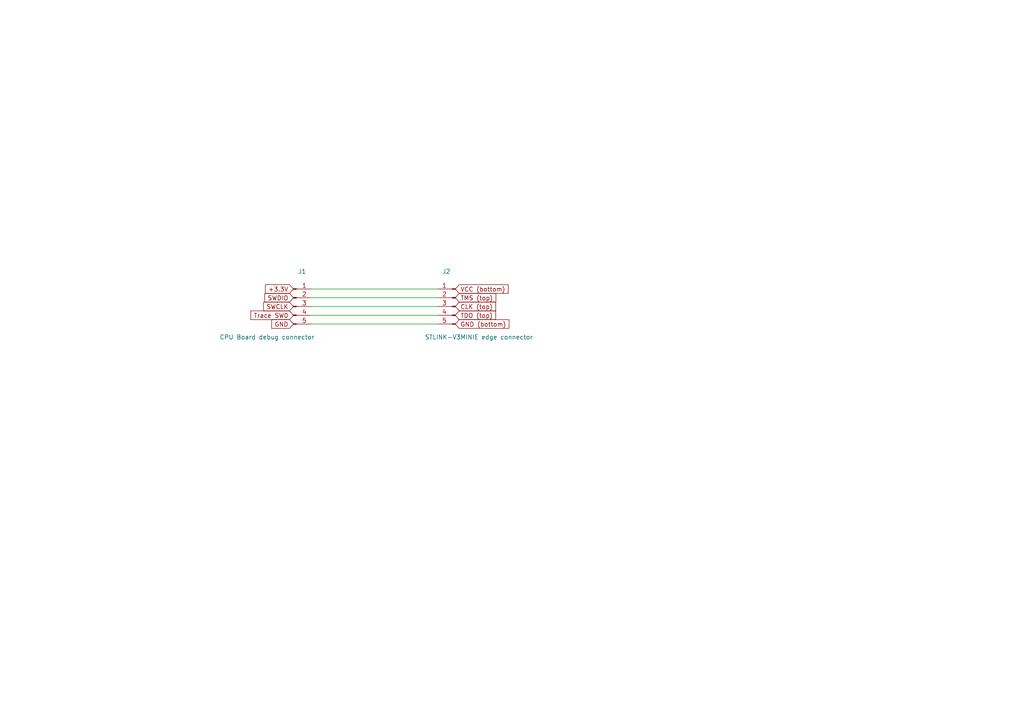
<source format=kicad_sch>
(kicad_sch (version 20230121) (generator eeschema)
  (paper "A4")
  (lib_symbols
    (symbol "Connector:Conn_01x05_Pin" (pin_names (offset 1.016) hide)
      (property "Reference" "J" (at 0 7.62 0))
      (property "Value" "Conn_01x05_Pin" (at 0 -7.62 0))
      (symbol "Conn_01x05_Pin_1_1"
        (polyline (pts (xy 1.27 -5.08) (xy 0.8636 -5.08)) (stroke (width 0.1524)))
        (polyline (pts (xy 1.27 -2.54) (xy 0.8636 -2.54)) (stroke (width 0.1524)))
        (polyline (pts (xy 1.27 0) (xy 0.8636 0)) (stroke (width 0.1524)))
        (polyline (pts (xy 1.27 2.54) (xy 0.8636 2.54)) (stroke (width 0.1524)))
        (polyline (pts (xy 1.27 5.08) (xy 0.8636 5.08)) (stroke (width 0.1524)))
        (rectangle (start 0.8636 -4.953) (end 0 -5.207) (stroke (width 0.1524)) (fill (type outline)))
        (rectangle (start 0.8636 -2.413) (end 0 -2.667) (stroke (width 0.1524)) (fill (type outline)))
        (rectangle (start 0.8636 0.127) (end 0 -0.127) (stroke (width 0.1524)) (fill (type outline)))
        (rectangle (start 0.8636 2.667) (end 0 2.413) (stroke (width 0.1524)) (fill (type outline)))
        (rectangle (start 0.8636 5.207) (end 0 4.953) (stroke (width 0.1524)) (fill (type outline)))
        (pin passive line (at 5.08 5.08 180) (length 3.81) (name "Pin_1") (number "1"))
        (pin passive line (at 5.08 2.54 180) (length 3.81) (name "Pin_2") (number "2"))
        (pin passive line (at 5.08 0 180) (length 3.81) (name "Pin_3") (number "3"))
        (pin passive line (at 5.08 -2.54 180) (length 3.81) (name "Pin_4") (number "4"))
        (pin passive line (at 5.08 -5.08 180) (length 3.81) (name "Pin_5") (number "5"))
      )
    )
  )
  (wire (pts (xy 90.17 91.44) (xy 127 91.44)))
  (wire (pts (xy 90.17 83.82) (xy 127 83.82)))
  (wire (pts (xy 90.17 93.98) (xy 127 93.98)))
  (wire (pts (xy 90.17 88.9) (xy 127 88.9)))
  (wire (pts (xy 90.17 86.36) (xy 127 86.36)))
  (global_label "+3.3V" (shape input) (at 85.09 83.82 180) (property "Intersheetrefs" "${INTERSHEET_REFS}" (effects hide)))
  (global_label "VCC (bottom)" (shape input) (at 132.08 83.82 0) (property "Intersheetrefs" "${INTERSHEET_REFS}" (effects hide)))
  (global_label "GND (bottom)" (shape input) (at 132.08 93.98 0) (property "Intersheetrefs" "${INTERSHEET_REFS}" (effects hide)))
  (global_label "CLK (top)" (shape input) (at 132.08 88.9 0) (property "Intersheetrefs" "${INTERSHEET_REFS}" (effects hide)))
  (global_label "Trace SW0" (shape input) (at 85.09 91.44 180) (property "Intersheetrefs" "${INTERSHEET_REFS}" (effects hide)))
  (global_label "TDO (top)" (shape input) (at 132.08 91.44 0) (property "Intersheetrefs" "${INTERSHEET_REFS}" (effects hide)))
  (global_label "SWDIO" (shape input) (at 85.09 86.36 180) (property "Intersheetrefs" "${INTERSHEET_REFS}" (effects hide)))
  (global_label "SWCLK" (shape input) (at 85.09 88.9 180) (property "Intersheetrefs" "${INTERSHEET_REFS}" (effects hide)))
  (global_label "GND" (shape input) (at 85.09 93.98 180) (property "Intersheetrefs" "${INTERSHEET_REFS}" (effects hide)))
  (global_label "TMS (top)" (shape input) (at 132.08 86.36 0) (property "Intersheetrefs" "${INTERSHEET_REFS}" (effects hide)))
  (symbol (lib_id "Connector:Conn_01x05_Pin") (at 85.09 88.9 0) (unit 1)
    (property "Reference" "J1" (at 87.63 78.74 0))
    (property "Value" "CPU Board debug connector" (at 77.47 97.79 0))
  )
  (symbol (lib_id "Connector:Conn_01x05_Pin") (at 132.08 88.9 0) (mirror y) (unit 1)
    (property "Reference" "J2" (at 128.27 78.74 0) (effects (justify right)))
    (property "Value" "STLINK-V3MINIE edge connector" (at 123.19 97.79 0) (effects (justify right)))
  )
)
</source>
